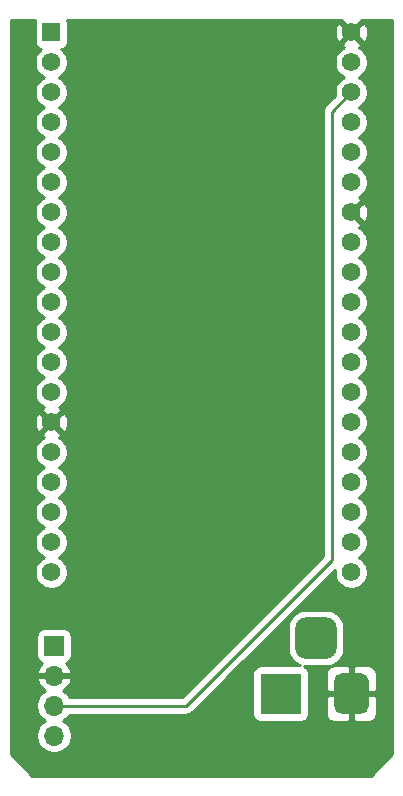
<source format=gbr>
%TF.GenerationSoftware,KiCad,Pcbnew,(5.1.6)-1*%
%TF.CreationDate,2020-09-03T22:55:09+05:30*%
%TF.ProjectId,WeatherStationKit (BareBones),57656174-6865-4725-9374-6174696f6e4b,rev?*%
%TF.SameCoordinates,Original*%
%TF.FileFunction,Copper,L2,Bot*%
%TF.FilePolarity,Positive*%
%FSLAX46Y46*%
G04 Gerber Fmt 4.6, Leading zero omitted, Abs format (unit mm)*
G04 Created by KiCad (PCBNEW (5.1.6)-1) date 2020-09-03 22:55:09*
%MOMM*%
%LPD*%
G01*
G04 APERTURE LIST*
%TA.AperFunction,ComponentPad*%
%ADD10R,3.500000X3.500000*%
%TD*%
%TA.AperFunction,ComponentPad*%
%ADD11R,1.700000X1.700000*%
%TD*%
%TA.AperFunction,ComponentPad*%
%ADD12O,1.700000X1.700000*%
%TD*%
%TA.AperFunction,ComponentPad*%
%ADD13R,1.560000X1.560000*%
%TD*%
%TA.AperFunction,ComponentPad*%
%ADD14C,1.560000*%
%TD*%
%TA.AperFunction,Conductor*%
%ADD15C,0.250000*%
%TD*%
%TA.AperFunction,Conductor*%
%ADD16C,0.254000*%
%TD*%
G04 APERTURE END LIST*
D10*
%TO.P,Barrel Jack,1*%
%TO.N,5V*%
X102870000Y-119380000D03*
%TO.P,Barrel Jack,2*%
%TO.N,GND*%
%TA.AperFunction,ComponentPad*%
G36*
G01*
X110370000Y-118380000D02*
X110370000Y-120380000D01*
G75*
G02*
X109620000Y-121130000I-750000J0D01*
G01*
X108120000Y-121130000D01*
G75*
G02*
X107370000Y-120380000I0J750000D01*
G01*
X107370000Y-118380000D01*
G75*
G02*
X108120000Y-117630000I750000J0D01*
G01*
X109620000Y-117630000D01*
G75*
G02*
X110370000Y-118380000I0J-750000D01*
G01*
G37*
%TD.AperFunction*%
%TO.P,Barrel Jack,3*%
%TO.N,Net-(J2-Pad3)*%
%TA.AperFunction,ComponentPad*%
G36*
G01*
X107620000Y-113805000D02*
X107620000Y-115555000D01*
G75*
G02*
X106745000Y-116430000I-875000J0D01*
G01*
X104995000Y-116430000D01*
G75*
G02*
X104120000Y-115555000I0J875000D01*
G01*
X104120000Y-113805000D01*
G75*
G02*
X104995000Y-112930000I875000J0D01*
G01*
X106745000Y-112930000D01*
G75*
G02*
X107620000Y-113805000I0J-875000D01*
G01*
G37*
%TD.AperFunction*%
%TD*%
D11*
%TO.P,BME280,1*%
%TO.N,3V3*%
X83693000Y-115316000D03*
D12*
%TO.P,BME280,2*%
%TO.N,GND*%
X83693000Y-117856000D03*
%TO.P,BME280,3*%
%TO.N,SCL*%
X83693000Y-120396000D03*
%TO.P,BME280,4*%
%TO.N,SDA*%
X83693000Y-122936000D03*
%TD*%
D13*
%TO.P,ESP32 - Development Board,1*%
%TO.N,3V3*%
X83460000Y-63392600D03*
D14*
%TO.P,ESP32 - Development Board,2*%
%TO.N,Net-(U1-Pad2)*%
X83460000Y-65932600D03*
%TO.P,ESP32 - Development Board,19*%
%TO.N,5V*%
X83460000Y-109112600D03*
%TO.P,ESP32 - Development Board,3*%
%TO.N,Net-(U1-Pad3)*%
X83460000Y-68472600D03*
%TO.P,ESP32 - Development Board,4*%
%TO.N,Net-(U1-Pad4)*%
X83460000Y-71012600D03*
%TO.P,ESP32 - Development Board,5*%
%TO.N,Net-(U1-Pad5)*%
X83460000Y-73552600D03*
%TO.P,ESP32 - Development Board,6*%
%TO.N,Net-(U1-Pad6)*%
X83460000Y-76092600D03*
%TO.P,ESP32 - Development Board,7*%
%TO.N,Net-(U1-Pad7)*%
X83460000Y-78632600D03*
%TO.P,ESP32 - Development Board,8*%
%TO.N,Net-(U1-Pad8)*%
X83460000Y-81172600D03*
%TO.P,ESP32 - Development Board,9*%
%TO.N,Net-(U1-Pad9)*%
X83460000Y-83712600D03*
%TO.P,ESP32 - Development Board,10*%
%TO.N,Net-(U1-Pad10)*%
X83460000Y-86252600D03*
%TO.P,ESP32 - Development Board,11*%
%TO.N,Net-(U1-Pad11)*%
X83460000Y-88792600D03*
%TO.P,ESP32 - Development Board,12*%
%TO.N,Net-(U1-Pad12)*%
X83460000Y-91332600D03*
%TO.P,ESP32 - Development Board,13*%
%TO.N,Net-(U1-Pad13)*%
X83460000Y-93872600D03*
%TO.P,ESP32 - Development Board,14*%
%TO.N,GND*%
X83460000Y-96412600D03*
%TO.P,ESP32 - Development Board,15*%
%TO.N,Net-(U1-Pad15)*%
X83460000Y-98952600D03*
%TO.P,ESP32 - Development Board,16*%
%TO.N,Net-(U1-Pad16)*%
X83460000Y-101492600D03*
%TO.P,ESP32 - Development Board,17*%
%TO.N,Net-(U1-Pad17)*%
X83460000Y-104032600D03*
%TO.P,ESP32 - Development Board,18*%
%TO.N,Net-(U1-Pad18)*%
X83460000Y-106572600D03*
%TO.P,ESP32 - Development Board,20*%
%TO.N,GND*%
X108860000Y-63392600D03*
%TO.P,ESP32 - Development Board,21*%
%TO.N,Net-(U1-Pad21)*%
X108860000Y-65932600D03*
%TO.P,ESP32 - Development Board,22*%
%TO.N,SCL*%
X108860000Y-68472600D03*
%TO.P,ESP32 - Development Board,23*%
%TO.N,Net-(U1-Pad23)*%
X108860000Y-71012600D03*
%TO.P,ESP32 - Development Board,24*%
%TO.N,Net-(U1-Pad24)*%
X108860000Y-73552600D03*
%TO.P,ESP32 - Development Board,25*%
%TO.N,SDA*%
X108860000Y-76092600D03*
%TO.P,ESP32 - Development Board,26*%
%TO.N,GND*%
X108860000Y-78632600D03*
%TO.P,ESP32 - Development Board,27*%
%TO.N,Net-(U1-Pad27)*%
X108860000Y-81172600D03*
%TO.P,ESP32 - Development Board,28*%
%TO.N,Net-(U1-Pad28)*%
X108860000Y-83712600D03*
%TO.P,ESP32 - Development Board,29*%
%TO.N,Net-(U1-Pad29)*%
X108860000Y-86252600D03*
%TO.P,ESP32 - Development Board,30*%
%TO.N,Net-(U1-Pad30)*%
X108860000Y-88792600D03*
%TO.P,ESP32 - Development Board,31*%
%TO.N,Net-(U1-Pad31)*%
X108860000Y-91332600D03*
%TO.P,ESP32 - Development Board,32*%
%TO.N,Net-(U1-Pad32)*%
X108860000Y-93872600D03*
%TO.P,ESP32 - Development Board,33*%
%TO.N,Net-(U1-Pad33)*%
X108860000Y-96412600D03*
%TO.P,ESP32 - Development Board,34*%
%TO.N,Net-(U1-Pad34)*%
X108860000Y-98952600D03*
%TO.P,ESP32 - Development Board,35*%
%TO.N,Net-(U1-Pad35)*%
X108860000Y-101492600D03*
%TO.P,ESP32 - Development Board,36*%
%TO.N,Net-(U1-Pad36)*%
X108860000Y-104032600D03*
%TO.P,ESP32 - Development Board,37*%
%TO.N,Net-(U1-Pad37)*%
X108860000Y-106572600D03*
%TO.P,ESP32 - Development Board,38*%
%TO.N,Net-(U1-Pad38)*%
X108860000Y-109112600D03*
%TD*%
D15*
%TO.N,SCL*%
X107188000Y-108077000D02*
X107188000Y-70144600D01*
X107188000Y-70144600D02*
X108860000Y-68472600D01*
X83693000Y-120396000D02*
X94869000Y-120396000D01*
X94869000Y-120396000D02*
X107188000Y-108077000D01*
%TD*%
D16*
%TO.N,GND*%
G36*
X82090498Y-62368420D02*
G01*
X82054188Y-62488118D01*
X82041928Y-62612600D01*
X82041928Y-64172600D01*
X82054188Y-64297082D01*
X82090498Y-64416780D01*
X82149463Y-64527094D01*
X82228815Y-64623785D01*
X82325506Y-64703137D01*
X82435820Y-64762102D01*
X82555518Y-64798412D01*
X82603436Y-64803131D01*
X82557990Y-64833497D01*
X82360897Y-65030590D01*
X82206043Y-65262346D01*
X82099377Y-65519860D01*
X82045000Y-65793235D01*
X82045000Y-66071965D01*
X82099377Y-66345340D01*
X82206043Y-66602854D01*
X82360897Y-66834610D01*
X82557990Y-67031703D01*
X82789746Y-67186557D01*
X82828477Y-67202600D01*
X82789746Y-67218643D01*
X82557990Y-67373497D01*
X82360897Y-67570590D01*
X82206043Y-67802346D01*
X82099377Y-68059860D01*
X82045000Y-68333235D01*
X82045000Y-68611965D01*
X82099377Y-68885340D01*
X82206043Y-69142854D01*
X82360897Y-69374610D01*
X82557990Y-69571703D01*
X82789746Y-69726557D01*
X82828477Y-69742600D01*
X82789746Y-69758643D01*
X82557990Y-69913497D01*
X82360897Y-70110590D01*
X82206043Y-70342346D01*
X82099377Y-70599860D01*
X82045000Y-70873235D01*
X82045000Y-71151965D01*
X82099377Y-71425340D01*
X82206043Y-71682854D01*
X82360897Y-71914610D01*
X82557990Y-72111703D01*
X82789746Y-72266557D01*
X82828477Y-72282600D01*
X82789746Y-72298643D01*
X82557990Y-72453497D01*
X82360897Y-72650590D01*
X82206043Y-72882346D01*
X82099377Y-73139860D01*
X82045000Y-73413235D01*
X82045000Y-73691965D01*
X82099377Y-73965340D01*
X82206043Y-74222854D01*
X82360897Y-74454610D01*
X82557990Y-74651703D01*
X82789746Y-74806557D01*
X82828477Y-74822600D01*
X82789746Y-74838643D01*
X82557990Y-74993497D01*
X82360897Y-75190590D01*
X82206043Y-75422346D01*
X82099377Y-75679860D01*
X82045000Y-75953235D01*
X82045000Y-76231965D01*
X82099377Y-76505340D01*
X82206043Y-76762854D01*
X82360897Y-76994610D01*
X82557990Y-77191703D01*
X82789746Y-77346557D01*
X82828477Y-77362600D01*
X82789746Y-77378643D01*
X82557990Y-77533497D01*
X82360897Y-77730590D01*
X82206043Y-77962346D01*
X82099377Y-78219860D01*
X82045000Y-78493235D01*
X82045000Y-78771965D01*
X82099377Y-79045340D01*
X82206043Y-79302854D01*
X82360897Y-79534610D01*
X82557990Y-79731703D01*
X82789746Y-79886557D01*
X82828477Y-79902600D01*
X82789746Y-79918643D01*
X82557990Y-80073497D01*
X82360897Y-80270590D01*
X82206043Y-80502346D01*
X82099377Y-80759860D01*
X82045000Y-81033235D01*
X82045000Y-81311965D01*
X82099377Y-81585340D01*
X82206043Y-81842854D01*
X82360897Y-82074610D01*
X82557990Y-82271703D01*
X82789746Y-82426557D01*
X82828477Y-82442600D01*
X82789746Y-82458643D01*
X82557990Y-82613497D01*
X82360897Y-82810590D01*
X82206043Y-83042346D01*
X82099377Y-83299860D01*
X82045000Y-83573235D01*
X82045000Y-83851965D01*
X82099377Y-84125340D01*
X82206043Y-84382854D01*
X82360897Y-84614610D01*
X82557990Y-84811703D01*
X82789746Y-84966557D01*
X82828477Y-84982600D01*
X82789746Y-84998643D01*
X82557990Y-85153497D01*
X82360897Y-85350590D01*
X82206043Y-85582346D01*
X82099377Y-85839860D01*
X82045000Y-86113235D01*
X82045000Y-86391965D01*
X82099377Y-86665340D01*
X82206043Y-86922854D01*
X82360897Y-87154610D01*
X82557990Y-87351703D01*
X82789746Y-87506557D01*
X82828477Y-87522600D01*
X82789746Y-87538643D01*
X82557990Y-87693497D01*
X82360897Y-87890590D01*
X82206043Y-88122346D01*
X82099377Y-88379860D01*
X82045000Y-88653235D01*
X82045000Y-88931965D01*
X82099377Y-89205340D01*
X82206043Y-89462854D01*
X82360897Y-89694610D01*
X82557990Y-89891703D01*
X82789746Y-90046557D01*
X82828477Y-90062600D01*
X82789746Y-90078643D01*
X82557990Y-90233497D01*
X82360897Y-90430590D01*
X82206043Y-90662346D01*
X82099377Y-90919860D01*
X82045000Y-91193235D01*
X82045000Y-91471965D01*
X82099377Y-91745340D01*
X82206043Y-92002854D01*
X82360897Y-92234610D01*
X82557990Y-92431703D01*
X82789746Y-92586557D01*
X82828477Y-92602600D01*
X82789746Y-92618643D01*
X82557990Y-92773497D01*
X82360897Y-92970590D01*
X82206043Y-93202346D01*
X82099377Y-93459860D01*
X82045000Y-93733235D01*
X82045000Y-94011965D01*
X82099377Y-94285340D01*
X82206043Y-94542854D01*
X82360897Y-94774610D01*
X82557990Y-94971703D01*
X82789746Y-95126557D01*
X82825525Y-95141377D01*
X82730345Y-95192251D01*
X82661184Y-95434179D01*
X83460000Y-96232995D01*
X84258816Y-95434179D01*
X84189655Y-95192251D01*
X84087721Y-95144175D01*
X84130254Y-95126557D01*
X84362010Y-94971703D01*
X84559103Y-94774610D01*
X84713957Y-94542854D01*
X84820623Y-94285340D01*
X84875000Y-94011965D01*
X84875000Y-93733235D01*
X84820623Y-93459860D01*
X84713957Y-93202346D01*
X84559103Y-92970590D01*
X84362010Y-92773497D01*
X84130254Y-92618643D01*
X84091523Y-92602600D01*
X84130254Y-92586557D01*
X84362010Y-92431703D01*
X84559103Y-92234610D01*
X84713957Y-92002854D01*
X84820623Y-91745340D01*
X84875000Y-91471965D01*
X84875000Y-91193235D01*
X84820623Y-90919860D01*
X84713957Y-90662346D01*
X84559103Y-90430590D01*
X84362010Y-90233497D01*
X84130254Y-90078643D01*
X84091523Y-90062600D01*
X84130254Y-90046557D01*
X84362010Y-89891703D01*
X84559103Y-89694610D01*
X84713957Y-89462854D01*
X84820623Y-89205340D01*
X84875000Y-88931965D01*
X84875000Y-88653235D01*
X84820623Y-88379860D01*
X84713957Y-88122346D01*
X84559103Y-87890590D01*
X84362010Y-87693497D01*
X84130254Y-87538643D01*
X84091523Y-87522600D01*
X84130254Y-87506557D01*
X84362010Y-87351703D01*
X84559103Y-87154610D01*
X84713957Y-86922854D01*
X84820623Y-86665340D01*
X84875000Y-86391965D01*
X84875000Y-86113235D01*
X84820623Y-85839860D01*
X84713957Y-85582346D01*
X84559103Y-85350590D01*
X84362010Y-85153497D01*
X84130254Y-84998643D01*
X84091523Y-84982600D01*
X84130254Y-84966557D01*
X84362010Y-84811703D01*
X84559103Y-84614610D01*
X84713957Y-84382854D01*
X84820623Y-84125340D01*
X84875000Y-83851965D01*
X84875000Y-83573235D01*
X84820623Y-83299860D01*
X84713957Y-83042346D01*
X84559103Y-82810590D01*
X84362010Y-82613497D01*
X84130254Y-82458643D01*
X84091523Y-82442600D01*
X84130254Y-82426557D01*
X84362010Y-82271703D01*
X84559103Y-82074610D01*
X84713957Y-81842854D01*
X84820623Y-81585340D01*
X84875000Y-81311965D01*
X84875000Y-81033235D01*
X84820623Y-80759860D01*
X84713957Y-80502346D01*
X84559103Y-80270590D01*
X84362010Y-80073497D01*
X84130254Y-79918643D01*
X84091523Y-79902600D01*
X84130254Y-79886557D01*
X84362010Y-79731703D01*
X84559103Y-79534610D01*
X84713957Y-79302854D01*
X84820623Y-79045340D01*
X84875000Y-78771965D01*
X84875000Y-78493235D01*
X84820623Y-78219860D01*
X84713957Y-77962346D01*
X84559103Y-77730590D01*
X84362010Y-77533497D01*
X84130254Y-77378643D01*
X84091523Y-77362600D01*
X84130254Y-77346557D01*
X84362010Y-77191703D01*
X84559103Y-76994610D01*
X84713957Y-76762854D01*
X84820623Y-76505340D01*
X84875000Y-76231965D01*
X84875000Y-75953235D01*
X84820623Y-75679860D01*
X84713957Y-75422346D01*
X84559103Y-75190590D01*
X84362010Y-74993497D01*
X84130254Y-74838643D01*
X84091523Y-74822600D01*
X84130254Y-74806557D01*
X84362010Y-74651703D01*
X84559103Y-74454610D01*
X84713957Y-74222854D01*
X84820623Y-73965340D01*
X84875000Y-73691965D01*
X84875000Y-73413235D01*
X84820623Y-73139860D01*
X84713957Y-72882346D01*
X84559103Y-72650590D01*
X84362010Y-72453497D01*
X84130254Y-72298643D01*
X84091523Y-72282600D01*
X84130254Y-72266557D01*
X84362010Y-72111703D01*
X84559103Y-71914610D01*
X84713957Y-71682854D01*
X84820623Y-71425340D01*
X84875000Y-71151965D01*
X84875000Y-70873235D01*
X84820623Y-70599860D01*
X84713957Y-70342346D01*
X84559103Y-70110590D01*
X84362010Y-69913497D01*
X84130254Y-69758643D01*
X84091523Y-69742600D01*
X84130254Y-69726557D01*
X84362010Y-69571703D01*
X84559103Y-69374610D01*
X84713957Y-69142854D01*
X84820623Y-68885340D01*
X84875000Y-68611965D01*
X84875000Y-68333235D01*
X84820623Y-68059860D01*
X84713957Y-67802346D01*
X84559103Y-67570590D01*
X84362010Y-67373497D01*
X84130254Y-67218643D01*
X84091523Y-67202600D01*
X84130254Y-67186557D01*
X84362010Y-67031703D01*
X84559103Y-66834610D01*
X84713957Y-66602854D01*
X84820623Y-66345340D01*
X84875000Y-66071965D01*
X84875000Y-65793235D01*
X84820623Y-65519860D01*
X84713957Y-65262346D01*
X84559103Y-65030590D01*
X84362010Y-64833497D01*
X84316564Y-64803131D01*
X84364482Y-64798412D01*
X84484180Y-64762102D01*
X84594494Y-64703137D01*
X84691185Y-64623785D01*
X84770537Y-64527094D01*
X84829502Y-64416780D01*
X84865812Y-64297082D01*
X84878072Y-64172600D01*
X84878072Y-63463903D01*
X107439943Y-63463903D01*
X107481140Y-63739572D01*
X107575325Y-64001908D01*
X107639651Y-64122255D01*
X107881579Y-64191416D01*
X108680395Y-63392600D01*
X109039605Y-63392600D01*
X109838421Y-64191416D01*
X110080349Y-64122255D01*
X110199248Y-63870157D01*
X110266681Y-63599706D01*
X110280057Y-63321297D01*
X110238860Y-63045628D01*
X110144675Y-62783292D01*
X110080349Y-62662945D01*
X109838421Y-62593784D01*
X109039605Y-63392600D01*
X108680395Y-63392600D01*
X107881579Y-62593784D01*
X107639651Y-62662945D01*
X107520752Y-62915043D01*
X107453319Y-63185494D01*
X107439943Y-63463903D01*
X84878072Y-63463903D01*
X84878072Y-62612600D01*
X84865812Y-62488118D01*
X84829502Y-62368420D01*
X84823398Y-62357000D01*
X108077530Y-62357000D01*
X108061184Y-62414179D01*
X108860000Y-63212995D01*
X109658816Y-62414179D01*
X109642470Y-62357000D01*
X112345000Y-62357000D01*
X112345001Y-124505393D01*
X110535394Y-126315000D01*
X81869606Y-126315000D01*
X80060000Y-124505394D01*
X80060000Y-120249740D01*
X82208000Y-120249740D01*
X82208000Y-120542260D01*
X82265068Y-120829158D01*
X82377010Y-121099411D01*
X82539525Y-121342632D01*
X82746368Y-121549475D01*
X82920760Y-121666000D01*
X82746368Y-121782525D01*
X82539525Y-121989368D01*
X82377010Y-122232589D01*
X82265068Y-122502842D01*
X82208000Y-122789740D01*
X82208000Y-123082260D01*
X82265068Y-123369158D01*
X82377010Y-123639411D01*
X82539525Y-123882632D01*
X82746368Y-124089475D01*
X82989589Y-124251990D01*
X83259842Y-124363932D01*
X83546740Y-124421000D01*
X83839260Y-124421000D01*
X84126158Y-124363932D01*
X84396411Y-124251990D01*
X84639632Y-124089475D01*
X84846475Y-123882632D01*
X85008990Y-123639411D01*
X85120932Y-123369158D01*
X85178000Y-123082260D01*
X85178000Y-122789740D01*
X85120932Y-122502842D01*
X85008990Y-122232589D01*
X84846475Y-121989368D01*
X84639632Y-121782525D01*
X84465240Y-121666000D01*
X84639632Y-121549475D01*
X84846475Y-121342632D01*
X84971178Y-121156000D01*
X94831678Y-121156000D01*
X94869000Y-121159676D01*
X94906322Y-121156000D01*
X94906333Y-121156000D01*
X95017986Y-121145003D01*
X95161247Y-121101546D01*
X95293276Y-121030974D01*
X95409001Y-120936001D01*
X95432804Y-120906997D01*
X98709801Y-117630000D01*
X100481928Y-117630000D01*
X100481928Y-121130000D01*
X100494188Y-121254482D01*
X100530498Y-121374180D01*
X100589463Y-121484494D01*
X100668815Y-121581185D01*
X100765506Y-121660537D01*
X100875820Y-121719502D01*
X100995518Y-121755812D01*
X101120000Y-121768072D01*
X104620000Y-121768072D01*
X104744482Y-121755812D01*
X104864180Y-121719502D01*
X104974494Y-121660537D01*
X105071185Y-121581185D01*
X105150537Y-121484494D01*
X105209502Y-121374180D01*
X105245812Y-121254482D01*
X105258072Y-121130000D01*
X106731928Y-121130000D01*
X106744188Y-121254482D01*
X106780498Y-121374180D01*
X106839463Y-121484494D01*
X106918815Y-121581185D01*
X107015506Y-121660537D01*
X107125820Y-121719502D01*
X107245518Y-121755812D01*
X107370000Y-121768072D01*
X108584250Y-121765000D01*
X108743000Y-121606250D01*
X108743000Y-119507000D01*
X108997000Y-119507000D01*
X108997000Y-121606250D01*
X109155750Y-121765000D01*
X110370000Y-121768072D01*
X110494482Y-121755812D01*
X110614180Y-121719502D01*
X110724494Y-121660537D01*
X110821185Y-121581185D01*
X110900537Y-121484494D01*
X110959502Y-121374180D01*
X110995812Y-121254482D01*
X111008072Y-121130000D01*
X111005000Y-119665750D01*
X110846250Y-119507000D01*
X108997000Y-119507000D01*
X108743000Y-119507000D01*
X106893750Y-119507000D01*
X106735000Y-119665750D01*
X106731928Y-121130000D01*
X105258072Y-121130000D01*
X105258072Y-117630000D01*
X106731928Y-117630000D01*
X106735000Y-119094250D01*
X106893750Y-119253000D01*
X108743000Y-119253000D01*
X108743000Y-117153750D01*
X108997000Y-117153750D01*
X108997000Y-119253000D01*
X110846250Y-119253000D01*
X111005000Y-119094250D01*
X111008072Y-117630000D01*
X110995812Y-117505518D01*
X110959502Y-117385820D01*
X110900537Y-117275506D01*
X110821185Y-117178815D01*
X110724494Y-117099463D01*
X110614180Y-117040498D01*
X110494482Y-117004188D01*
X110370000Y-116991928D01*
X109155750Y-116995000D01*
X108997000Y-117153750D01*
X108743000Y-117153750D01*
X108584250Y-116995000D01*
X107370000Y-116991928D01*
X107245518Y-117004188D01*
X107125820Y-117040498D01*
X107015506Y-117099463D01*
X106918815Y-117178815D01*
X106839463Y-117275506D01*
X106780498Y-117385820D01*
X106744188Y-117505518D01*
X106731928Y-117630000D01*
X105258072Y-117630000D01*
X105245812Y-117505518D01*
X105209502Y-117385820D01*
X105150537Y-117275506D01*
X105071185Y-117178815D01*
X104974494Y-117099463D01*
X104897869Y-117058506D01*
X104995000Y-117068072D01*
X106745000Y-117068072D01*
X107040186Y-117038999D01*
X107324028Y-116952896D01*
X107585618Y-116813073D01*
X107814903Y-116624903D01*
X108003073Y-116395618D01*
X108142896Y-116134028D01*
X108228999Y-115850186D01*
X108258072Y-115555000D01*
X108258072Y-113805000D01*
X108228999Y-113509814D01*
X108142896Y-113225972D01*
X108003073Y-112964382D01*
X107814903Y-112735097D01*
X107585618Y-112546927D01*
X107324028Y-112407104D01*
X107040186Y-112321001D01*
X106745000Y-112291928D01*
X104995000Y-112291928D01*
X104699814Y-112321001D01*
X104415972Y-112407104D01*
X104154382Y-112546927D01*
X103925097Y-112735097D01*
X103736927Y-112964382D01*
X103597104Y-113225972D01*
X103511001Y-113509814D01*
X103481928Y-113805000D01*
X103481928Y-115555000D01*
X103511001Y-115850186D01*
X103597104Y-116134028D01*
X103736927Y-116395618D01*
X103925097Y-116624903D01*
X104154382Y-116813073D01*
X104415972Y-116952896D01*
X104544643Y-116991928D01*
X101120000Y-116991928D01*
X100995518Y-117004188D01*
X100875820Y-117040498D01*
X100765506Y-117099463D01*
X100668815Y-117178815D01*
X100589463Y-117275506D01*
X100530498Y-117385820D01*
X100494188Y-117505518D01*
X100481928Y-117630000D01*
X98709801Y-117630000D01*
X107464475Y-108875327D01*
X107445000Y-108973235D01*
X107445000Y-109251965D01*
X107499377Y-109525340D01*
X107606043Y-109782854D01*
X107760897Y-110014610D01*
X107957990Y-110211703D01*
X108189746Y-110366557D01*
X108447260Y-110473223D01*
X108720635Y-110527600D01*
X108999365Y-110527600D01*
X109272740Y-110473223D01*
X109530254Y-110366557D01*
X109762010Y-110211703D01*
X109959103Y-110014610D01*
X110113957Y-109782854D01*
X110220623Y-109525340D01*
X110275000Y-109251965D01*
X110275000Y-108973235D01*
X110220623Y-108699860D01*
X110113957Y-108442346D01*
X109959103Y-108210590D01*
X109762010Y-108013497D01*
X109530254Y-107858643D01*
X109491523Y-107842600D01*
X109530254Y-107826557D01*
X109762010Y-107671703D01*
X109959103Y-107474610D01*
X110113957Y-107242854D01*
X110220623Y-106985340D01*
X110275000Y-106711965D01*
X110275000Y-106433235D01*
X110220623Y-106159860D01*
X110113957Y-105902346D01*
X109959103Y-105670590D01*
X109762010Y-105473497D01*
X109530254Y-105318643D01*
X109491523Y-105302600D01*
X109530254Y-105286557D01*
X109762010Y-105131703D01*
X109959103Y-104934610D01*
X110113957Y-104702854D01*
X110220623Y-104445340D01*
X110275000Y-104171965D01*
X110275000Y-103893235D01*
X110220623Y-103619860D01*
X110113957Y-103362346D01*
X109959103Y-103130590D01*
X109762010Y-102933497D01*
X109530254Y-102778643D01*
X109491523Y-102762600D01*
X109530254Y-102746557D01*
X109762010Y-102591703D01*
X109959103Y-102394610D01*
X110113957Y-102162854D01*
X110220623Y-101905340D01*
X110275000Y-101631965D01*
X110275000Y-101353235D01*
X110220623Y-101079860D01*
X110113957Y-100822346D01*
X109959103Y-100590590D01*
X109762010Y-100393497D01*
X109530254Y-100238643D01*
X109491523Y-100222600D01*
X109530254Y-100206557D01*
X109762010Y-100051703D01*
X109959103Y-99854610D01*
X110113957Y-99622854D01*
X110220623Y-99365340D01*
X110275000Y-99091965D01*
X110275000Y-98813235D01*
X110220623Y-98539860D01*
X110113957Y-98282346D01*
X109959103Y-98050590D01*
X109762010Y-97853497D01*
X109530254Y-97698643D01*
X109491523Y-97682600D01*
X109530254Y-97666557D01*
X109762010Y-97511703D01*
X109959103Y-97314610D01*
X110113957Y-97082854D01*
X110220623Y-96825340D01*
X110275000Y-96551965D01*
X110275000Y-96273235D01*
X110220623Y-95999860D01*
X110113957Y-95742346D01*
X109959103Y-95510590D01*
X109762010Y-95313497D01*
X109530254Y-95158643D01*
X109491523Y-95142600D01*
X109530254Y-95126557D01*
X109762010Y-94971703D01*
X109959103Y-94774610D01*
X110113957Y-94542854D01*
X110220623Y-94285340D01*
X110275000Y-94011965D01*
X110275000Y-93733235D01*
X110220623Y-93459860D01*
X110113957Y-93202346D01*
X109959103Y-92970590D01*
X109762010Y-92773497D01*
X109530254Y-92618643D01*
X109491523Y-92602600D01*
X109530254Y-92586557D01*
X109762010Y-92431703D01*
X109959103Y-92234610D01*
X110113957Y-92002854D01*
X110220623Y-91745340D01*
X110275000Y-91471965D01*
X110275000Y-91193235D01*
X110220623Y-90919860D01*
X110113957Y-90662346D01*
X109959103Y-90430590D01*
X109762010Y-90233497D01*
X109530254Y-90078643D01*
X109491523Y-90062600D01*
X109530254Y-90046557D01*
X109762010Y-89891703D01*
X109959103Y-89694610D01*
X110113957Y-89462854D01*
X110220623Y-89205340D01*
X110275000Y-88931965D01*
X110275000Y-88653235D01*
X110220623Y-88379860D01*
X110113957Y-88122346D01*
X109959103Y-87890590D01*
X109762010Y-87693497D01*
X109530254Y-87538643D01*
X109491523Y-87522600D01*
X109530254Y-87506557D01*
X109762010Y-87351703D01*
X109959103Y-87154610D01*
X110113957Y-86922854D01*
X110220623Y-86665340D01*
X110275000Y-86391965D01*
X110275000Y-86113235D01*
X110220623Y-85839860D01*
X110113957Y-85582346D01*
X109959103Y-85350590D01*
X109762010Y-85153497D01*
X109530254Y-84998643D01*
X109491523Y-84982600D01*
X109530254Y-84966557D01*
X109762010Y-84811703D01*
X109959103Y-84614610D01*
X110113957Y-84382854D01*
X110220623Y-84125340D01*
X110275000Y-83851965D01*
X110275000Y-83573235D01*
X110220623Y-83299860D01*
X110113957Y-83042346D01*
X109959103Y-82810590D01*
X109762010Y-82613497D01*
X109530254Y-82458643D01*
X109491523Y-82442600D01*
X109530254Y-82426557D01*
X109762010Y-82271703D01*
X109959103Y-82074610D01*
X110113957Y-81842854D01*
X110220623Y-81585340D01*
X110275000Y-81311965D01*
X110275000Y-81033235D01*
X110220623Y-80759860D01*
X110113957Y-80502346D01*
X109959103Y-80270590D01*
X109762010Y-80073497D01*
X109530254Y-79918643D01*
X109494475Y-79903823D01*
X109589655Y-79852949D01*
X109658816Y-79611021D01*
X108860000Y-78812205D01*
X108845858Y-78826348D01*
X108666253Y-78646743D01*
X108680395Y-78632600D01*
X109039605Y-78632600D01*
X109838421Y-79431416D01*
X110080349Y-79362255D01*
X110199248Y-79110157D01*
X110266681Y-78839706D01*
X110280057Y-78561297D01*
X110238860Y-78285628D01*
X110144675Y-78023292D01*
X110080349Y-77902945D01*
X109838421Y-77833784D01*
X109039605Y-78632600D01*
X108680395Y-78632600D01*
X108666253Y-78618458D01*
X108845858Y-78438853D01*
X108860000Y-78452995D01*
X109658816Y-77654179D01*
X109589655Y-77412251D01*
X109487721Y-77364175D01*
X109530254Y-77346557D01*
X109762010Y-77191703D01*
X109959103Y-76994610D01*
X110113957Y-76762854D01*
X110220623Y-76505340D01*
X110275000Y-76231965D01*
X110275000Y-75953235D01*
X110220623Y-75679860D01*
X110113957Y-75422346D01*
X109959103Y-75190590D01*
X109762010Y-74993497D01*
X109530254Y-74838643D01*
X109491523Y-74822600D01*
X109530254Y-74806557D01*
X109762010Y-74651703D01*
X109959103Y-74454610D01*
X110113957Y-74222854D01*
X110220623Y-73965340D01*
X110275000Y-73691965D01*
X110275000Y-73413235D01*
X110220623Y-73139860D01*
X110113957Y-72882346D01*
X109959103Y-72650590D01*
X109762010Y-72453497D01*
X109530254Y-72298643D01*
X109491523Y-72282600D01*
X109530254Y-72266557D01*
X109762010Y-72111703D01*
X109959103Y-71914610D01*
X110113957Y-71682854D01*
X110220623Y-71425340D01*
X110275000Y-71151965D01*
X110275000Y-70873235D01*
X110220623Y-70599860D01*
X110113957Y-70342346D01*
X109959103Y-70110590D01*
X109762010Y-69913497D01*
X109530254Y-69758643D01*
X109491523Y-69742600D01*
X109530254Y-69726557D01*
X109762010Y-69571703D01*
X109959103Y-69374610D01*
X110113957Y-69142854D01*
X110220623Y-68885340D01*
X110275000Y-68611965D01*
X110275000Y-68333235D01*
X110220623Y-68059860D01*
X110113957Y-67802346D01*
X109959103Y-67570590D01*
X109762010Y-67373497D01*
X109530254Y-67218643D01*
X109491523Y-67202600D01*
X109530254Y-67186557D01*
X109762010Y-67031703D01*
X109959103Y-66834610D01*
X110113957Y-66602854D01*
X110220623Y-66345340D01*
X110275000Y-66071965D01*
X110275000Y-65793235D01*
X110220623Y-65519860D01*
X110113957Y-65262346D01*
X109959103Y-65030590D01*
X109762010Y-64833497D01*
X109530254Y-64678643D01*
X109494475Y-64663823D01*
X109589655Y-64612949D01*
X109658816Y-64371021D01*
X108860000Y-63572205D01*
X108061184Y-64371021D01*
X108130345Y-64612949D01*
X108232279Y-64661025D01*
X108189746Y-64678643D01*
X107957990Y-64833497D01*
X107760897Y-65030590D01*
X107606043Y-65262346D01*
X107499377Y-65519860D01*
X107445000Y-65793235D01*
X107445000Y-66071965D01*
X107499377Y-66345340D01*
X107606043Y-66602854D01*
X107760897Y-66834610D01*
X107957990Y-67031703D01*
X108189746Y-67186557D01*
X108228477Y-67202600D01*
X108189746Y-67218643D01*
X107957990Y-67373497D01*
X107760897Y-67570590D01*
X107606043Y-67802346D01*
X107499377Y-68059860D01*
X107445000Y-68333235D01*
X107445000Y-68611965D01*
X107478320Y-68779478D01*
X106676998Y-69580801D01*
X106648000Y-69604599D01*
X106624202Y-69633597D01*
X106624201Y-69633598D01*
X106553026Y-69720324D01*
X106482454Y-69852354D01*
X106438998Y-69995615D01*
X106424324Y-70144600D01*
X106428001Y-70181933D01*
X106428000Y-107762198D01*
X94554199Y-119636000D01*
X84971178Y-119636000D01*
X84846475Y-119449368D01*
X84639632Y-119242525D01*
X84457466Y-119120805D01*
X84574355Y-119051178D01*
X84790588Y-118856269D01*
X84964641Y-118622920D01*
X85089825Y-118360099D01*
X85134476Y-118212890D01*
X85013155Y-117983000D01*
X83820000Y-117983000D01*
X83820000Y-118003000D01*
X83566000Y-118003000D01*
X83566000Y-117983000D01*
X82372845Y-117983000D01*
X82251524Y-118212890D01*
X82296175Y-118360099D01*
X82421359Y-118622920D01*
X82595412Y-118856269D01*
X82811645Y-119051178D01*
X82928534Y-119120805D01*
X82746368Y-119242525D01*
X82539525Y-119449368D01*
X82377010Y-119692589D01*
X82265068Y-119962842D01*
X82208000Y-120249740D01*
X80060000Y-120249740D01*
X80060000Y-114466000D01*
X82204928Y-114466000D01*
X82204928Y-116166000D01*
X82217188Y-116290482D01*
X82253498Y-116410180D01*
X82312463Y-116520494D01*
X82391815Y-116617185D01*
X82488506Y-116696537D01*
X82598820Y-116755502D01*
X82679466Y-116779966D01*
X82595412Y-116855731D01*
X82421359Y-117089080D01*
X82296175Y-117351901D01*
X82251524Y-117499110D01*
X82372845Y-117729000D01*
X83566000Y-117729000D01*
X83566000Y-117709000D01*
X83820000Y-117709000D01*
X83820000Y-117729000D01*
X85013155Y-117729000D01*
X85134476Y-117499110D01*
X85089825Y-117351901D01*
X84964641Y-117089080D01*
X84790588Y-116855731D01*
X84706534Y-116779966D01*
X84787180Y-116755502D01*
X84897494Y-116696537D01*
X84994185Y-116617185D01*
X85073537Y-116520494D01*
X85132502Y-116410180D01*
X85168812Y-116290482D01*
X85181072Y-116166000D01*
X85181072Y-114466000D01*
X85168812Y-114341518D01*
X85132502Y-114221820D01*
X85073537Y-114111506D01*
X84994185Y-114014815D01*
X84897494Y-113935463D01*
X84787180Y-113876498D01*
X84667482Y-113840188D01*
X84543000Y-113827928D01*
X82843000Y-113827928D01*
X82718518Y-113840188D01*
X82598820Y-113876498D01*
X82488506Y-113935463D01*
X82391815Y-114014815D01*
X82312463Y-114111506D01*
X82253498Y-114221820D01*
X82217188Y-114341518D01*
X82204928Y-114466000D01*
X80060000Y-114466000D01*
X80060000Y-98813235D01*
X82045000Y-98813235D01*
X82045000Y-99091965D01*
X82099377Y-99365340D01*
X82206043Y-99622854D01*
X82360897Y-99854610D01*
X82557990Y-100051703D01*
X82789746Y-100206557D01*
X82828477Y-100222600D01*
X82789746Y-100238643D01*
X82557990Y-100393497D01*
X82360897Y-100590590D01*
X82206043Y-100822346D01*
X82099377Y-101079860D01*
X82045000Y-101353235D01*
X82045000Y-101631965D01*
X82099377Y-101905340D01*
X82206043Y-102162854D01*
X82360897Y-102394610D01*
X82557990Y-102591703D01*
X82789746Y-102746557D01*
X82828477Y-102762600D01*
X82789746Y-102778643D01*
X82557990Y-102933497D01*
X82360897Y-103130590D01*
X82206043Y-103362346D01*
X82099377Y-103619860D01*
X82045000Y-103893235D01*
X82045000Y-104171965D01*
X82099377Y-104445340D01*
X82206043Y-104702854D01*
X82360897Y-104934610D01*
X82557990Y-105131703D01*
X82789746Y-105286557D01*
X82828477Y-105302600D01*
X82789746Y-105318643D01*
X82557990Y-105473497D01*
X82360897Y-105670590D01*
X82206043Y-105902346D01*
X82099377Y-106159860D01*
X82045000Y-106433235D01*
X82045000Y-106711965D01*
X82099377Y-106985340D01*
X82206043Y-107242854D01*
X82360897Y-107474610D01*
X82557990Y-107671703D01*
X82789746Y-107826557D01*
X82828477Y-107842600D01*
X82789746Y-107858643D01*
X82557990Y-108013497D01*
X82360897Y-108210590D01*
X82206043Y-108442346D01*
X82099377Y-108699860D01*
X82045000Y-108973235D01*
X82045000Y-109251965D01*
X82099377Y-109525340D01*
X82206043Y-109782854D01*
X82360897Y-110014610D01*
X82557990Y-110211703D01*
X82789746Y-110366557D01*
X83047260Y-110473223D01*
X83320635Y-110527600D01*
X83599365Y-110527600D01*
X83872740Y-110473223D01*
X84130254Y-110366557D01*
X84362010Y-110211703D01*
X84559103Y-110014610D01*
X84713957Y-109782854D01*
X84820623Y-109525340D01*
X84875000Y-109251965D01*
X84875000Y-108973235D01*
X84820623Y-108699860D01*
X84713957Y-108442346D01*
X84559103Y-108210590D01*
X84362010Y-108013497D01*
X84130254Y-107858643D01*
X84091523Y-107842600D01*
X84130254Y-107826557D01*
X84362010Y-107671703D01*
X84559103Y-107474610D01*
X84713957Y-107242854D01*
X84820623Y-106985340D01*
X84875000Y-106711965D01*
X84875000Y-106433235D01*
X84820623Y-106159860D01*
X84713957Y-105902346D01*
X84559103Y-105670590D01*
X84362010Y-105473497D01*
X84130254Y-105318643D01*
X84091523Y-105302600D01*
X84130254Y-105286557D01*
X84362010Y-105131703D01*
X84559103Y-104934610D01*
X84713957Y-104702854D01*
X84820623Y-104445340D01*
X84875000Y-104171965D01*
X84875000Y-103893235D01*
X84820623Y-103619860D01*
X84713957Y-103362346D01*
X84559103Y-103130590D01*
X84362010Y-102933497D01*
X84130254Y-102778643D01*
X84091523Y-102762600D01*
X84130254Y-102746557D01*
X84362010Y-102591703D01*
X84559103Y-102394610D01*
X84713957Y-102162854D01*
X84820623Y-101905340D01*
X84875000Y-101631965D01*
X84875000Y-101353235D01*
X84820623Y-101079860D01*
X84713957Y-100822346D01*
X84559103Y-100590590D01*
X84362010Y-100393497D01*
X84130254Y-100238643D01*
X84091523Y-100222600D01*
X84130254Y-100206557D01*
X84362010Y-100051703D01*
X84559103Y-99854610D01*
X84713957Y-99622854D01*
X84820623Y-99365340D01*
X84875000Y-99091965D01*
X84875000Y-98813235D01*
X84820623Y-98539860D01*
X84713957Y-98282346D01*
X84559103Y-98050590D01*
X84362010Y-97853497D01*
X84130254Y-97698643D01*
X84094475Y-97683823D01*
X84189655Y-97632949D01*
X84258816Y-97391021D01*
X83460000Y-96592205D01*
X82661184Y-97391021D01*
X82730345Y-97632949D01*
X82832279Y-97681025D01*
X82789746Y-97698643D01*
X82557990Y-97853497D01*
X82360897Y-98050590D01*
X82206043Y-98282346D01*
X82099377Y-98539860D01*
X82045000Y-98813235D01*
X80060000Y-98813235D01*
X80060000Y-96483903D01*
X82039943Y-96483903D01*
X82081140Y-96759572D01*
X82175325Y-97021908D01*
X82239651Y-97142255D01*
X82481579Y-97211416D01*
X83280395Y-96412600D01*
X83639605Y-96412600D01*
X84438421Y-97211416D01*
X84680349Y-97142255D01*
X84799248Y-96890157D01*
X84866681Y-96619706D01*
X84880057Y-96341297D01*
X84838860Y-96065628D01*
X84744675Y-95803292D01*
X84680349Y-95682945D01*
X84438421Y-95613784D01*
X83639605Y-96412600D01*
X83280395Y-96412600D01*
X82481579Y-95613784D01*
X82239651Y-95682945D01*
X82120752Y-95935043D01*
X82053319Y-96205494D01*
X82039943Y-96483903D01*
X80060000Y-96483903D01*
X80060000Y-62357000D01*
X82096602Y-62357000D01*
X82090498Y-62368420D01*
G37*
X82090498Y-62368420D02*
X82054188Y-62488118D01*
X82041928Y-62612600D01*
X82041928Y-64172600D01*
X82054188Y-64297082D01*
X82090498Y-64416780D01*
X82149463Y-64527094D01*
X82228815Y-64623785D01*
X82325506Y-64703137D01*
X82435820Y-64762102D01*
X82555518Y-64798412D01*
X82603436Y-64803131D01*
X82557990Y-64833497D01*
X82360897Y-65030590D01*
X82206043Y-65262346D01*
X82099377Y-65519860D01*
X82045000Y-65793235D01*
X82045000Y-66071965D01*
X82099377Y-66345340D01*
X82206043Y-66602854D01*
X82360897Y-66834610D01*
X82557990Y-67031703D01*
X82789746Y-67186557D01*
X82828477Y-67202600D01*
X82789746Y-67218643D01*
X82557990Y-67373497D01*
X82360897Y-67570590D01*
X82206043Y-67802346D01*
X82099377Y-68059860D01*
X82045000Y-68333235D01*
X82045000Y-68611965D01*
X82099377Y-68885340D01*
X82206043Y-69142854D01*
X82360897Y-69374610D01*
X82557990Y-69571703D01*
X82789746Y-69726557D01*
X82828477Y-69742600D01*
X82789746Y-69758643D01*
X82557990Y-69913497D01*
X82360897Y-70110590D01*
X82206043Y-70342346D01*
X82099377Y-70599860D01*
X82045000Y-70873235D01*
X82045000Y-71151965D01*
X82099377Y-71425340D01*
X82206043Y-71682854D01*
X82360897Y-71914610D01*
X82557990Y-72111703D01*
X82789746Y-72266557D01*
X82828477Y-72282600D01*
X82789746Y-72298643D01*
X82557990Y-72453497D01*
X82360897Y-72650590D01*
X82206043Y-72882346D01*
X82099377Y-73139860D01*
X82045000Y-73413235D01*
X82045000Y-73691965D01*
X82099377Y-73965340D01*
X82206043Y-74222854D01*
X82360897Y-74454610D01*
X82557990Y-74651703D01*
X82789746Y-74806557D01*
X82828477Y-74822600D01*
X82789746Y-74838643D01*
X82557990Y-74993497D01*
X82360897Y-75190590D01*
X82206043Y-75422346D01*
X82099377Y-75679860D01*
X82045000Y-75953235D01*
X82045000Y-76231965D01*
X82099377Y-76505340D01*
X82206043Y-76762854D01*
X82360897Y-76994610D01*
X82557990Y-77191703D01*
X82789746Y-77346557D01*
X82828477Y-77362600D01*
X82789746Y-77378643D01*
X82557990Y-77533497D01*
X82360897Y-77730590D01*
X82206043Y-77962346D01*
X82099377Y-78219860D01*
X82045000Y-78493235D01*
X82045000Y-78771965D01*
X82099377Y-79045340D01*
X82206043Y-79302854D01*
X82360897Y-79534610D01*
X82557990Y-79731703D01*
X82789746Y-79886557D01*
X82828477Y-79902600D01*
X82789746Y-79918643D01*
X82557990Y-80073497D01*
X82360897Y-80270590D01*
X82206043Y-80502346D01*
X82099377Y-80759860D01*
X82045000Y-81033235D01*
X82045000Y-81311965D01*
X82099377Y-81585340D01*
X82206043Y-81842854D01*
X82360897Y-82074610D01*
X82557990Y-82271703D01*
X82789746Y-82426557D01*
X82828477Y-82442600D01*
X82789746Y-82458643D01*
X82557990Y-82613497D01*
X82360897Y-82810590D01*
X82206043Y-83042346D01*
X82099377Y-83299860D01*
X82045000Y-83573235D01*
X82045000Y-83851965D01*
X82099377Y-84125340D01*
X82206043Y-84382854D01*
X82360897Y-84614610D01*
X82557990Y-84811703D01*
X82789746Y-84966557D01*
X82828477Y-84982600D01*
X82789746Y-84998643D01*
X82557990Y-85153497D01*
X82360897Y-85350590D01*
X82206043Y-85582346D01*
X82099377Y-85839860D01*
X82045000Y-86113235D01*
X82045000Y-86391965D01*
X82099377Y-86665340D01*
X82206043Y-86922854D01*
X82360897Y-87154610D01*
X82557990Y-87351703D01*
X82789746Y-87506557D01*
X82828477Y-87522600D01*
X82789746Y-87538643D01*
X82557990Y-87693497D01*
X82360897Y-87890590D01*
X82206043Y-88122346D01*
X82099377Y-88379860D01*
X82045000Y-88653235D01*
X82045000Y-88931965D01*
X82099377Y-89205340D01*
X82206043Y-89462854D01*
X82360897Y-89694610D01*
X82557990Y-89891703D01*
X82789746Y-90046557D01*
X82828477Y-90062600D01*
X82789746Y-90078643D01*
X82557990Y-90233497D01*
X82360897Y-90430590D01*
X82206043Y-90662346D01*
X82099377Y-90919860D01*
X82045000Y-91193235D01*
X82045000Y-91471965D01*
X82099377Y-91745340D01*
X82206043Y-92002854D01*
X82360897Y-92234610D01*
X82557990Y-92431703D01*
X82789746Y-92586557D01*
X82828477Y-92602600D01*
X82789746Y-92618643D01*
X82557990Y-92773497D01*
X82360897Y-92970590D01*
X82206043Y-93202346D01*
X82099377Y-93459860D01*
X82045000Y-93733235D01*
X82045000Y-94011965D01*
X82099377Y-94285340D01*
X82206043Y-94542854D01*
X82360897Y-94774610D01*
X82557990Y-94971703D01*
X82789746Y-95126557D01*
X82825525Y-95141377D01*
X82730345Y-95192251D01*
X82661184Y-95434179D01*
X83460000Y-96232995D01*
X84258816Y-95434179D01*
X84189655Y-95192251D01*
X84087721Y-95144175D01*
X84130254Y-95126557D01*
X84362010Y-94971703D01*
X84559103Y-94774610D01*
X84713957Y-94542854D01*
X84820623Y-94285340D01*
X84875000Y-94011965D01*
X84875000Y-93733235D01*
X84820623Y-93459860D01*
X84713957Y-93202346D01*
X84559103Y-92970590D01*
X84362010Y-92773497D01*
X84130254Y-92618643D01*
X84091523Y-92602600D01*
X84130254Y-92586557D01*
X84362010Y-92431703D01*
X84559103Y-92234610D01*
X84713957Y-92002854D01*
X84820623Y-91745340D01*
X84875000Y-91471965D01*
X84875000Y-91193235D01*
X84820623Y-90919860D01*
X84713957Y-90662346D01*
X84559103Y-90430590D01*
X84362010Y-90233497D01*
X84130254Y-90078643D01*
X84091523Y-90062600D01*
X84130254Y-90046557D01*
X84362010Y-89891703D01*
X84559103Y-89694610D01*
X84713957Y-89462854D01*
X84820623Y-89205340D01*
X84875000Y-88931965D01*
X84875000Y-88653235D01*
X84820623Y-88379860D01*
X84713957Y-88122346D01*
X84559103Y-87890590D01*
X84362010Y-87693497D01*
X84130254Y-87538643D01*
X84091523Y-87522600D01*
X84130254Y-87506557D01*
X84362010Y-87351703D01*
X84559103Y-87154610D01*
X84713957Y-86922854D01*
X84820623Y-86665340D01*
X84875000Y-86391965D01*
X84875000Y-86113235D01*
X84820623Y-85839860D01*
X84713957Y-85582346D01*
X84559103Y-85350590D01*
X84362010Y-85153497D01*
X84130254Y-84998643D01*
X84091523Y-84982600D01*
X84130254Y-84966557D01*
X84362010Y-84811703D01*
X84559103Y-84614610D01*
X84713957Y-84382854D01*
X84820623Y-84125340D01*
X84875000Y-83851965D01*
X84875000Y-83573235D01*
X84820623Y-83299860D01*
X84713957Y-83042346D01*
X84559103Y-82810590D01*
X84362010Y-82613497D01*
X84130254Y-82458643D01*
X84091523Y-82442600D01*
X84130254Y-82426557D01*
X84362010Y-82271703D01*
X84559103Y-82074610D01*
X84713957Y-81842854D01*
X84820623Y-81585340D01*
X84875000Y-81311965D01*
X84875000Y-81033235D01*
X84820623Y-80759860D01*
X84713957Y-80502346D01*
X84559103Y-80270590D01*
X84362010Y-80073497D01*
X84130254Y-79918643D01*
X84091523Y-79902600D01*
X84130254Y-79886557D01*
X84362010Y-79731703D01*
X84559103Y-79534610D01*
X84713957Y-79302854D01*
X84820623Y-79045340D01*
X84875000Y-78771965D01*
X84875000Y-78493235D01*
X84820623Y-78219860D01*
X84713957Y-77962346D01*
X84559103Y-77730590D01*
X84362010Y-77533497D01*
X84130254Y-77378643D01*
X84091523Y-77362600D01*
X84130254Y-77346557D01*
X84362010Y-77191703D01*
X84559103Y-76994610D01*
X84713957Y-76762854D01*
X84820623Y-76505340D01*
X84875000Y-76231965D01*
X84875000Y-75953235D01*
X84820623Y-75679860D01*
X84713957Y-75422346D01*
X84559103Y-75190590D01*
X84362010Y-74993497D01*
X84130254Y-74838643D01*
X84091523Y-74822600D01*
X84130254Y-74806557D01*
X84362010Y-74651703D01*
X84559103Y-74454610D01*
X84713957Y-74222854D01*
X84820623Y-73965340D01*
X84875000Y-73691965D01*
X84875000Y-73413235D01*
X84820623Y-73139860D01*
X84713957Y-72882346D01*
X84559103Y-72650590D01*
X84362010Y-72453497D01*
X84130254Y-72298643D01*
X84091523Y-72282600D01*
X84130254Y-72266557D01*
X84362010Y-72111703D01*
X84559103Y-71914610D01*
X84713957Y-71682854D01*
X84820623Y-71425340D01*
X84875000Y-71151965D01*
X84875000Y-70873235D01*
X84820623Y-70599860D01*
X84713957Y-70342346D01*
X84559103Y-70110590D01*
X84362010Y-69913497D01*
X84130254Y-69758643D01*
X84091523Y-69742600D01*
X84130254Y-69726557D01*
X84362010Y-69571703D01*
X84559103Y-69374610D01*
X84713957Y-69142854D01*
X84820623Y-68885340D01*
X84875000Y-68611965D01*
X84875000Y-68333235D01*
X84820623Y-68059860D01*
X84713957Y-67802346D01*
X84559103Y-67570590D01*
X84362010Y-67373497D01*
X84130254Y-67218643D01*
X84091523Y-67202600D01*
X84130254Y-67186557D01*
X84362010Y-67031703D01*
X84559103Y-66834610D01*
X84713957Y-66602854D01*
X84820623Y-66345340D01*
X84875000Y-66071965D01*
X84875000Y-65793235D01*
X84820623Y-65519860D01*
X84713957Y-65262346D01*
X84559103Y-65030590D01*
X84362010Y-64833497D01*
X84316564Y-64803131D01*
X84364482Y-64798412D01*
X84484180Y-64762102D01*
X84594494Y-64703137D01*
X84691185Y-64623785D01*
X84770537Y-64527094D01*
X84829502Y-64416780D01*
X84865812Y-64297082D01*
X84878072Y-64172600D01*
X84878072Y-63463903D01*
X107439943Y-63463903D01*
X107481140Y-63739572D01*
X107575325Y-64001908D01*
X107639651Y-64122255D01*
X107881579Y-64191416D01*
X108680395Y-63392600D01*
X109039605Y-63392600D01*
X109838421Y-64191416D01*
X110080349Y-64122255D01*
X110199248Y-63870157D01*
X110266681Y-63599706D01*
X110280057Y-63321297D01*
X110238860Y-63045628D01*
X110144675Y-62783292D01*
X110080349Y-62662945D01*
X109838421Y-62593784D01*
X109039605Y-63392600D01*
X108680395Y-63392600D01*
X107881579Y-62593784D01*
X107639651Y-62662945D01*
X107520752Y-62915043D01*
X107453319Y-63185494D01*
X107439943Y-63463903D01*
X84878072Y-63463903D01*
X84878072Y-62612600D01*
X84865812Y-62488118D01*
X84829502Y-62368420D01*
X84823398Y-62357000D01*
X108077530Y-62357000D01*
X108061184Y-62414179D01*
X108860000Y-63212995D01*
X109658816Y-62414179D01*
X109642470Y-62357000D01*
X112345000Y-62357000D01*
X112345001Y-124505393D01*
X110535394Y-126315000D01*
X81869606Y-126315000D01*
X80060000Y-124505394D01*
X80060000Y-120249740D01*
X82208000Y-120249740D01*
X82208000Y-120542260D01*
X82265068Y-120829158D01*
X82377010Y-121099411D01*
X82539525Y-121342632D01*
X82746368Y-121549475D01*
X82920760Y-121666000D01*
X82746368Y-121782525D01*
X82539525Y-121989368D01*
X82377010Y-122232589D01*
X82265068Y-122502842D01*
X82208000Y-122789740D01*
X82208000Y-123082260D01*
X82265068Y-123369158D01*
X82377010Y-123639411D01*
X82539525Y-123882632D01*
X82746368Y-124089475D01*
X82989589Y-124251990D01*
X83259842Y-124363932D01*
X83546740Y-124421000D01*
X83839260Y-124421000D01*
X84126158Y-124363932D01*
X84396411Y-124251990D01*
X84639632Y-124089475D01*
X84846475Y-123882632D01*
X85008990Y-123639411D01*
X85120932Y-123369158D01*
X85178000Y-123082260D01*
X85178000Y-122789740D01*
X85120932Y-122502842D01*
X85008990Y-122232589D01*
X84846475Y-121989368D01*
X84639632Y-121782525D01*
X84465240Y-121666000D01*
X84639632Y-121549475D01*
X84846475Y-121342632D01*
X84971178Y-121156000D01*
X94831678Y-121156000D01*
X94869000Y-121159676D01*
X94906322Y-121156000D01*
X94906333Y-121156000D01*
X95017986Y-121145003D01*
X95161247Y-121101546D01*
X95293276Y-121030974D01*
X95409001Y-120936001D01*
X95432804Y-120906997D01*
X98709801Y-117630000D01*
X100481928Y-117630000D01*
X100481928Y-121130000D01*
X100494188Y-121254482D01*
X100530498Y-121374180D01*
X100589463Y-121484494D01*
X100668815Y-121581185D01*
X100765506Y-121660537D01*
X100875820Y-121719502D01*
X100995518Y-121755812D01*
X101120000Y-121768072D01*
X104620000Y-121768072D01*
X104744482Y-121755812D01*
X104864180Y-121719502D01*
X104974494Y-121660537D01*
X105071185Y-121581185D01*
X105150537Y-121484494D01*
X105209502Y-121374180D01*
X105245812Y-121254482D01*
X105258072Y-121130000D01*
X106731928Y-121130000D01*
X106744188Y-121254482D01*
X106780498Y-121374180D01*
X106839463Y-121484494D01*
X106918815Y-121581185D01*
X107015506Y-121660537D01*
X107125820Y-121719502D01*
X107245518Y-121755812D01*
X107370000Y-121768072D01*
X108584250Y-121765000D01*
X108743000Y-121606250D01*
X108743000Y-119507000D01*
X108997000Y-119507000D01*
X108997000Y-121606250D01*
X109155750Y-121765000D01*
X110370000Y-121768072D01*
X110494482Y-121755812D01*
X110614180Y-121719502D01*
X110724494Y-121660537D01*
X110821185Y-121581185D01*
X110900537Y-121484494D01*
X110959502Y-121374180D01*
X110995812Y-121254482D01*
X111008072Y-121130000D01*
X111005000Y-119665750D01*
X110846250Y-119507000D01*
X108997000Y-119507000D01*
X108743000Y-119507000D01*
X106893750Y-119507000D01*
X106735000Y-119665750D01*
X106731928Y-121130000D01*
X105258072Y-121130000D01*
X105258072Y-117630000D01*
X106731928Y-117630000D01*
X106735000Y-119094250D01*
X106893750Y-119253000D01*
X108743000Y-119253000D01*
X108743000Y-117153750D01*
X108997000Y-117153750D01*
X108997000Y-119253000D01*
X110846250Y-119253000D01*
X111005000Y-119094250D01*
X111008072Y-117630000D01*
X110995812Y-117505518D01*
X110959502Y-117385820D01*
X110900537Y-117275506D01*
X110821185Y-117178815D01*
X110724494Y-117099463D01*
X110614180Y-117040498D01*
X110494482Y-117004188D01*
X110370000Y-116991928D01*
X109155750Y-116995000D01*
X108997000Y-117153750D01*
X108743000Y-117153750D01*
X108584250Y-116995000D01*
X107370000Y-116991928D01*
X107245518Y-117004188D01*
X107125820Y-117040498D01*
X107015506Y-117099463D01*
X106918815Y-117178815D01*
X106839463Y-117275506D01*
X106780498Y-117385820D01*
X106744188Y-117505518D01*
X106731928Y-117630000D01*
X105258072Y-117630000D01*
X105245812Y-117505518D01*
X105209502Y-117385820D01*
X105150537Y-117275506D01*
X105071185Y-117178815D01*
X104974494Y-117099463D01*
X104897869Y-117058506D01*
X104995000Y-117068072D01*
X106745000Y-117068072D01*
X107040186Y-117038999D01*
X107324028Y-116952896D01*
X107585618Y-116813073D01*
X107814903Y-116624903D01*
X108003073Y-116395618D01*
X108142896Y-116134028D01*
X108228999Y-115850186D01*
X108258072Y-115555000D01*
X108258072Y-113805000D01*
X108228999Y-113509814D01*
X108142896Y-113225972D01*
X108003073Y-112964382D01*
X107814903Y-112735097D01*
X107585618Y-112546927D01*
X107324028Y-112407104D01*
X107040186Y-112321001D01*
X106745000Y-112291928D01*
X104995000Y-112291928D01*
X104699814Y-112321001D01*
X104415972Y-112407104D01*
X104154382Y-112546927D01*
X103925097Y-112735097D01*
X103736927Y-112964382D01*
X103597104Y-113225972D01*
X103511001Y-113509814D01*
X103481928Y-113805000D01*
X103481928Y-115555000D01*
X103511001Y-115850186D01*
X103597104Y-116134028D01*
X103736927Y-116395618D01*
X103925097Y-116624903D01*
X104154382Y-116813073D01*
X104415972Y-116952896D01*
X104544643Y-116991928D01*
X101120000Y-116991928D01*
X100995518Y-117004188D01*
X100875820Y-117040498D01*
X100765506Y-117099463D01*
X100668815Y-117178815D01*
X100589463Y-117275506D01*
X100530498Y-117385820D01*
X100494188Y-117505518D01*
X100481928Y-117630000D01*
X98709801Y-117630000D01*
X107464475Y-108875327D01*
X107445000Y-108973235D01*
X107445000Y-109251965D01*
X107499377Y-109525340D01*
X107606043Y-109782854D01*
X107760897Y-110014610D01*
X107957990Y-110211703D01*
X108189746Y-110366557D01*
X108447260Y-110473223D01*
X108720635Y-110527600D01*
X108999365Y-110527600D01*
X109272740Y-110473223D01*
X109530254Y-110366557D01*
X109762010Y-110211703D01*
X109959103Y-110014610D01*
X110113957Y-109782854D01*
X110220623Y-109525340D01*
X110275000Y-109251965D01*
X110275000Y-108973235D01*
X110220623Y-108699860D01*
X110113957Y-108442346D01*
X109959103Y-108210590D01*
X109762010Y-108013497D01*
X109530254Y-107858643D01*
X109491523Y-107842600D01*
X109530254Y-107826557D01*
X109762010Y-107671703D01*
X109959103Y-107474610D01*
X110113957Y-107242854D01*
X110220623Y-106985340D01*
X110275000Y-106711965D01*
X110275000Y-106433235D01*
X110220623Y-106159860D01*
X110113957Y-105902346D01*
X109959103Y-105670590D01*
X109762010Y-105473497D01*
X109530254Y-105318643D01*
X109491523Y-105302600D01*
X109530254Y-105286557D01*
X109762010Y-105131703D01*
X109959103Y-104934610D01*
X110113957Y-104702854D01*
X110220623Y-104445340D01*
X110275000Y-104171965D01*
X110275000Y-103893235D01*
X110220623Y-103619860D01*
X110113957Y-103362346D01*
X109959103Y-103130590D01*
X109762010Y-102933497D01*
X109530254Y-102778643D01*
X109491523Y-102762600D01*
X109530254Y-102746557D01*
X109762010Y-102591703D01*
X109959103Y-102394610D01*
X110113957Y-102162854D01*
X110220623Y-101905340D01*
X110275000Y-101631965D01*
X110275000Y-101353235D01*
X110220623Y-101079860D01*
X110113957Y-100822346D01*
X109959103Y-100590590D01*
X109762010Y-100393497D01*
X109530254Y-100238643D01*
X109491523Y-100222600D01*
X109530254Y-100206557D01*
X109762010Y-100051703D01*
X109959103Y-99854610D01*
X110113957Y-99622854D01*
X110220623Y-99365340D01*
X110275000Y-99091965D01*
X110275000Y-98813235D01*
X110220623Y-98539860D01*
X110113957Y-98282346D01*
X109959103Y-98050590D01*
X109762010Y-97853497D01*
X109530254Y-97698643D01*
X109491523Y-97682600D01*
X109530254Y-97666557D01*
X109762010Y-97511703D01*
X109959103Y-97314610D01*
X110113957Y-97082854D01*
X110220623Y-96825340D01*
X110275000Y-96551965D01*
X110275000Y-96273235D01*
X110220623Y-95999860D01*
X110113957Y-95742346D01*
X109959103Y-95510590D01*
X109762010Y-95313497D01*
X109530254Y-95158643D01*
X109491523Y-95142600D01*
X109530254Y-95126557D01*
X109762010Y-94971703D01*
X109959103Y-94774610D01*
X110113957Y-94542854D01*
X110220623Y-94285340D01*
X110275000Y-94011965D01*
X110275000Y-93733235D01*
X110220623Y-93459860D01*
X110113957Y-93202346D01*
X109959103Y-92970590D01*
X109762010Y-92773497D01*
X109530254Y-92618643D01*
X109491523Y-92602600D01*
X109530254Y-92586557D01*
X109762010Y-92431703D01*
X109959103Y-92234610D01*
X110113957Y-92002854D01*
X110220623Y-91745340D01*
X110275000Y-91471965D01*
X110275000Y-91193235D01*
X110220623Y-90919860D01*
X110113957Y-90662346D01*
X109959103Y-90430590D01*
X109762010Y-90233497D01*
X109530254Y-90078643D01*
X109491523Y-90062600D01*
X109530254Y-90046557D01*
X109762010Y-89891703D01*
X109959103Y-89694610D01*
X110113957Y-89462854D01*
X110220623Y-89205340D01*
X110275000Y-88931965D01*
X110275000Y-88653235D01*
X110220623Y-88379860D01*
X110113957Y-88122346D01*
X109959103Y-87890590D01*
X109762010Y-87693497D01*
X109530254Y-87538643D01*
X109491523Y-87522600D01*
X109530254Y-87506557D01*
X109762010Y-87351703D01*
X109959103Y-87154610D01*
X110113957Y-86922854D01*
X110220623Y-86665340D01*
X110275000Y-86391965D01*
X110275000Y-86113235D01*
X110220623Y-85839860D01*
X110113957Y-85582346D01*
X109959103Y-85350590D01*
X109762010Y-85153497D01*
X109530254Y-84998643D01*
X109491523Y-84982600D01*
X109530254Y-84966557D01*
X109762010Y-84811703D01*
X109959103Y-84614610D01*
X110113957Y-84382854D01*
X110220623Y-84125340D01*
X110275000Y-83851965D01*
X110275000Y-83573235D01*
X110220623Y-83299860D01*
X110113957Y-83042346D01*
X109959103Y-82810590D01*
X109762010Y-82613497D01*
X109530254Y-82458643D01*
X109491523Y-82442600D01*
X109530254Y-82426557D01*
X109762010Y-82271703D01*
X109959103Y-82074610D01*
X110113957Y-81842854D01*
X110220623Y-81585340D01*
X110275000Y-81311965D01*
X110275000Y-81033235D01*
X110220623Y-80759860D01*
X110113957Y-80502346D01*
X109959103Y-80270590D01*
X109762010Y-80073497D01*
X109530254Y-79918643D01*
X109494475Y-79903823D01*
X109589655Y-79852949D01*
X109658816Y-79611021D01*
X108860000Y-78812205D01*
X108845858Y-78826348D01*
X108666253Y-78646743D01*
X108680395Y-78632600D01*
X109039605Y-78632600D01*
X109838421Y-79431416D01*
X110080349Y-79362255D01*
X110199248Y-79110157D01*
X110266681Y-78839706D01*
X110280057Y-78561297D01*
X110238860Y-78285628D01*
X110144675Y-78023292D01*
X110080349Y-77902945D01*
X109838421Y-77833784D01*
X109039605Y-78632600D01*
X108680395Y-78632600D01*
X108666253Y-78618458D01*
X108845858Y-78438853D01*
X108860000Y-78452995D01*
X109658816Y-77654179D01*
X109589655Y-77412251D01*
X109487721Y-77364175D01*
X109530254Y-77346557D01*
X109762010Y-77191703D01*
X109959103Y-76994610D01*
X110113957Y-76762854D01*
X110220623Y-76505340D01*
X110275000Y-76231965D01*
X110275000Y-75953235D01*
X110220623Y-75679860D01*
X110113957Y-75422346D01*
X109959103Y-75190590D01*
X109762010Y-74993497D01*
X109530254Y-74838643D01*
X109491523Y-74822600D01*
X109530254Y-74806557D01*
X109762010Y-74651703D01*
X109959103Y-74454610D01*
X110113957Y-74222854D01*
X110220623Y-73965340D01*
X110275000Y-73691965D01*
X110275000Y-73413235D01*
X110220623Y-73139860D01*
X110113957Y-72882346D01*
X109959103Y-72650590D01*
X109762010Y-72453497D01*
X109530254Y-72298643D01*
X109491523Y-72282600D01*
X109530254Y-72266557D01*
X109762010Y-72111703D01*
X109959103Y-71914610D01*
X110113957Y-71682854D01*
X110220623Y-71425340D01*
X110275000Y-71151965D01*
X110275000Y-70873235D01*
X110220623Y-70599860D01*
X110113957Y-70342346D01*
X109959103Y-70110590D01*
X109762010Y-69913497D01*
X109530254Y-69758643D01*
X109491523Y-69742600D01*
X109530254Y-69726557D01*
X109762010Y-69571703D01*
X109959103Y-69374610D01*
X110113957Y-69142854D01*
X110220623Y-68885340D01*
X110275000Y-68611965D01*
X110275000Y-68333235D01*
X110220623Y-68059860D01*
X110113957Y-67802346D01*
X109959103Y-67570590D01*
X109762010Y-67373497D01*
X109530254Y-67218643D01*
X109491523Y-67202600D01*
X109530254Y-67186557D01*
X109762010Y-67031703D01*
X109959103Y-66834610D01*
X110113957Y-66602854D01*
X110220623Y-66345340D01*
X110275000Y-66071965D01*
X110275000Y-65793235D01*
X110220623Y-65519860D01*
X110113957Y-65262346D01*
X109959103Y-65030590D01*
X109762010Y-64833497D01*
X109530254Y-64678643D01*
X109494475Y-64663823D01*
X109589655Y-64612949D01*
X109658816Y-64371021D01*
X108860000Y-63572205D01*
X108061184Y-64371021D01*
X108130345Y-64612949D01*
X108232279Y-64661025D01*
X108189746Y-64678643D01*
X107957990Y-64833497D01*
X107760897Y-65030590D01*
X107606043Y-65262346D01*
X107499377Y-65519860D01*
X107445000Y-65793235D01*
X107445000Y-66071965D01*
X107499377Y-66345340D01*
X107606043Y-66602854D01*
X107760897Y-66834610D01*
X107957990Y-67031703D01*
X108189746Y-67186557D01*
X108228477Y-67202600D01*
X108189746Y-67218643D01*
X107957990Y-67373497D01*
X107760897Y-67570590D01*
X107606043Y-67802346D01*
X107499377Y-68059860D01*
X107445000Y-68333235D01*
X107445000Y-68611965D01*
X107478320Y-68779478D01*
X106676998Y-69580801D01*
X106648000Y-69604599D01*
X106624202Y-69633597D01*
X106624201Y-69633598D01*
X106553026Y-69720324D01*
X106482454Y-69852354D01*
X106438998Y-69995615D01*
X106424324Y-70144600D01*
X106428001Y-70181933D01*
X106428000Y-107762198D01*
X94554199Y-119636000D01*
X84971178Y-119636000D01*
X84846475Y-119449368D01*
X84639632Y-119242525D01*
X84457466Y-119120805D01*
X84574355Y-119051178D01*
X84790588Y-118856269D01*
X84964641Y-118622920D01*
X85089825Y-118360099D01*
X85134476Y-118212890D01*
X85013155Y-117983000D01*
X83820000Y-117983000D01*
X83820000Y-118003000D01*
X83566000Y-118003000D01*
X83566000Y-117983000D01*
X82372845Y-117983000D01*
X82251524Y-118212890D01*
X82296175Y-118360099D01*
X82421359Y-118622920D01*
X82595412Y-118856269D01*
X82811645Y-119051178D01*
X82928534Y-119120805D01*
X82746368Y-119242525D01*
X82539525Y-119449368D01*
X82377010Y-119692589D01*
X82265068Y-119962842D01*
X82208000Y-120249740D01*
X80060000Y-120249740D01*
X80060000Y-114466000D01*
X82204928Y-114466000D01*
X82204928Y-116166000D01*
X82217188Y-116290482D01*
X82253498Y-116410180D01*
X82312463Y-116520494D01*
X82391815Y-116617185D01*
X82488506Y-116696537D01*
X82598820Y-116755502D01*
X82679466Y-116779966D01*
X82595412Y-116855731D01*
X82421359Y-117089080D01*
X82296175Y-117351901D01*
X82251524Y-117499110D01*
X82372845Y-117729000D01*
X83566000Y-117729000D01*
X83566000Y-117709000D01*
X83820000Y-117709000D01*
X83820000Y-117729000D01*
X85013155Y-117729000D01*
X85134476Y-117499110D01*
X85089825Y-117351901D01*
X84964641Y-117089080D01*
X84790588Y-116855731D01*
X84706534Y-116779966D01*
X84787180Y-116755502D01*
X84897494Y-116696537D01*
X84994185Y-116617185D01*
X85073537Y-116520494D01*
X85132502Y-116410180D01*
X85168812Y-116290482D01*
X85181072Y-116166000D01*
X85181072Y-114466000D01*
X85168812Y-114341518D01*
X85132502Y-114221820D01*
X85073537Y-114111506D01*
X84994185Y-114014815D01*
X84897494Y-113935463D01*
X84787180Y-113876498D01*
X84667482Y-113840188D01*
X84543000Y-113827928D01*
X82843000Y-113827928D01*
X82718518Y-113840188D01*
X82598820Y-113876498D01*
X82488506Y-113935463D01*
X82391815Y-114014815D01*
X82312463Y-114111506D01*
X82253498Y-114221820D01*
X82217188Y-114341518D01*
X82204928Y-114466000D01*
X80060000Y-114466000D01*
X80060000Y-98813235D01*
X82045000Y-98813235D01*
X82045000Y-99091965D01*
X82099377Y-99365340D01*
X82206043Y-99622854D01*
X82360897Y-99854610D01*
X82557990Y-100051703D01*
X82789746Y-100206557D01*
X82828477Y-100222600D01*
X82789746Y-100238643D01*
X82557990Y-100393497D01*
X82360897Y-100590590D01*
X82206043Y-100822346D01*
X82099377Y-101079860D01*
X82045000Y-101353235D01*
X82045000Y-101631965D01*
X82099377Y-101905340D01*
X82206043Y-102162854D01*
X82360897Y-102394610D01*
X82557990Y-102591703D01*
X82789746Y-102746557D01*
X82828477Y-102762600D01*
X82789746Y-102778643D01*
X82557990Y-102933497D01*
X82360897Y-103130590D01*
X82206043Y-103362346D01*
X82099377Y-103619860D01*
X82045000Y-103893235D01*
X82045000Y-104171965D01*
X82099377Y-104445340D01*
X82206043Y-104702854D01*
X82360897Y-104934610D01*
X82557990Y-105131703D01*
X82789746Y-105286557D01*
X82828477Y-105302600D01*
X82789746Y-105318643D01*
X82557990Y-105473497D01*
X82360897Y-105670590D01*
X82206043Y-105902346D01*
X82099377Y-106159860D01*
X82045000Y-106433235D01*
X82045000Y-106711965D01*
X82099377Y-106985340D01*
X82206043Y-107242854D01*
X82360897Y-107474610D01*
X82557990Y-107671703D01*
X82789746Y-107826557D01*
X82828477Y-107842600D01*
X82789746Y-107858643D01*
X82557990Y-108013497D01*
X82360897Y-108210590D01*
X82206043Y-108442346D01*
X82099377Y-108699860D01*
X82045000Y-108973235D01*
X82045000Y-109251965D01*
X82099377Y-109525340D01*
X82206043Y-109782854D01*
X82360897Y-110014610D01*
X82557990Y-110211703D01*
X82789746Y-110366557D01*
X83047260Y-110473223D01*
X83320635Y-110527600D01*
X83599365Y-110527600D01*
X83872740Y-110473223D01*
X84130254Y-110366557D01*
X84362010Y-110211703D01*
X84559103Y-110014610D01*
X84713957Y-109782854D01*
X84820623Y-109525340D01*
X84875000Y-109251965D01*
X84875000Y-108973235D01*
X84820623Y-108699860D01*
X84713957Y-108442346D01*
X84559103Y-108210590D01*
X84362010Y-108013497D01*
X84130254Y-107858643D01*
X84091523Y-107842600D01*
X84130254Y-107826557D01*
X84362010Y-107671703D01*
X84559103Y-107474610D01*
X84713957Y-107242854D01*
X84820623Y-106985340D01*
X84875000Y-106711965D01*
X84875000Y-106433235D01*
X84820623Y-106159860D01*
X84713957Y-105902346D01*
X84559103Y-105670590D01*
X84362010Y-105473497D01*
X84130254Y-105318643D01*
X84091523Y-105302600D01*
X84130254Y-105286557D01*
X84362010Y-105131703D01*
X84559103Y-104934610D01*
X84713957Y-104702854D01*
X84820623Y-104445340D01*
X84875000Y-104171965D01*
X84875000Y-103893235D01*
X84820623Y-103619860D01*
X84713957Y-103362346D01*
X84559103Y-103130590D01*
X84362010Y-102933497D01*
X84130254Y-102778643D01*
X84091523Y-102762600D01*
X84130254Y-102746557D01*
X84362010Y-102591703D01*
X84559103Y-102394610D01*
X84713957Y-102162854D01*
X84820623Y-101905340D01*
X84875000Y-101631965D01*
X84875000Y-101353235D01*
X84820623Y-101079860D01*
X84713957Y-100822346D01*
X84559103Y-100590590D01*
X84362010Y-100393497D01*
X84130254Y-100238643D01*
X84091523Y-100222600D01*
X84130254Y-100206557D01*
X84362010Y-100051703D01*
X84559103Y-99854610D01*
X84713957Y-99622854D01*
X84820623Y-99365340D01*
X84875000Y-99091965D01*
X84875000Y-98813235D01*
X84820623Y-98539860D01*
X84713957Y-98282346D01*
X84559103Y-98050590D01*
X84362010Y-97853497D01*
X84130254Y-97698643D01*
X84094475Y-97683823D01*
X84189655Y-97632949D01*
X84258816Y-97391021D01*
X83460000Y-96592205D01*
X82661184Y-97391021D01*
X82730345Y-97632949D01*
X82832279Y-97681025D01*
X82789746Y-97698643D01*
X82557990Y-97853497D01*
X82360897Y-98050590D01*
X82206043Y-98282346D01*
X82099377Y-98539860D01*
X82045000Y-98813235D01*
X80060000Y-98813235D01*
X80060000Y-96483903D01*
X82039943Y-96483903D01*
X82081140Y-96759572D01*
X82175325Y-97021908D01*
X82239651Y-97142255D01*
X82481579Y-97211416D01*
X83280395Y-96412600D01*
X83639605Y-96412600D01*
X84438421Y-97211416D01*
X84680349Y-97142255D01*
X84799248Y-96890157D01*
X84866681Y-96619706D01*
X84880057Y-96341297D01*
X84838860Y-96065628D01*
X84744675Y-95803292D01*
X84680349Y-95682945D01*
X84438421Y-95613784D01*
X83639605Y-96412600D01*
X83280395Y-96412600D01*
X82481579Y-95613784D01*
X82239651Y-95682945D01*
X82120752Y-95935043D01*
X82053319Y-96205494D01*
X82039943Y-96483903D01*
X80060000Y-96483903D01*
X80060000Y-62357000D01*
X82096602Y-62357000D01*
X82090498Y-62368420D01*
%TD*%
M02*

</source>
